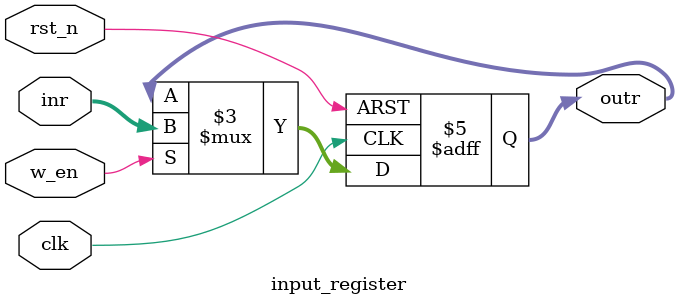
<source format=sv>
`timescale 1ns/1ns

module input_register 
  #(parameter M = 16) // dimension of the register
  (input clk, rst_n, w_en, //asynchronous reset
   input [M-1:0] inr,
   output reg [M-1:0] outr);
	

	
always_ff @(posedge clk or negedge rst_n)
begin 
	if (~rst_n) begin
		outr <= 0;
	end else if (w_en) begin
		outr <= inr;
	end
end


endmodule 
</source>
